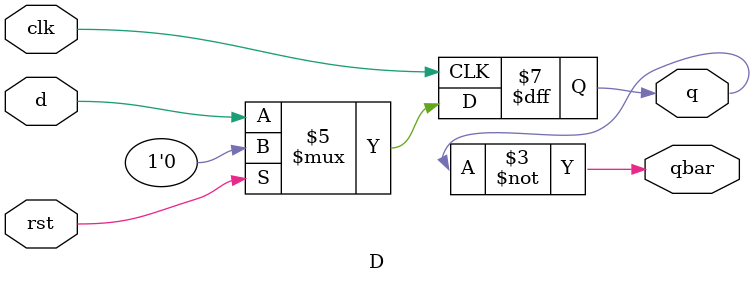
<source format=v>
`timescale 1ns / 1ps

module D(d,clk,rst,q,qbar);
input d,clk,rst;
output reg q,qbar;
always@(posedge clk)
begin
if(rst)
q<=1'b0;
else
q<=d;
end
always@(q)
qbar=~q;
 endmodule

</source>
